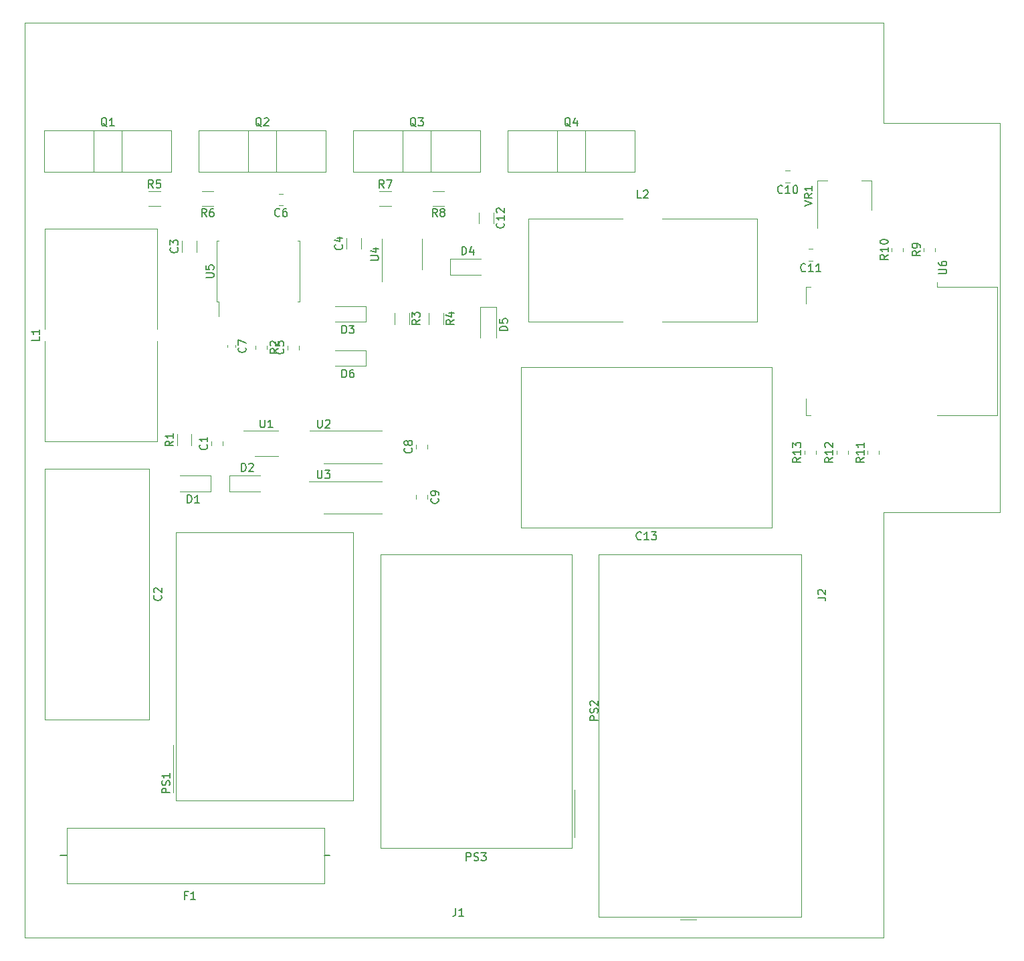
<source format=gbr>
%TF.GenerationSoftware,KiCad,Pcbnew,(5.1.7)-1*%
%TF.CreationDate,2020-12-23T12:42:28-08:00*%
%TF.ProjectId,Sine_Dimmer,53696e65-5f44-4696-9d6d-65722e6b6963,1.0*%
%TF.SameCoordinates,PX544c140PY8fe2f60*%
%TF.FileFunction,Legend,Top*%
%TF.FilePolarity,Positive*%
%FSLAX46Y46*%
G04 Gerber Fmt 4.6, Leading zero omitted, Abs format (unit mm)*
G04 Created by KiCad (PCBNEW (5.1.7)-1) date 2020-12-23 12:42:28*
%MOMM*%
%LPD*%
G01*
G04 APERTURE LIST*
%TA.AperFunction,Profile*%
%ADD10C,0.050000*%
%TD*%
%ADD11C,0.120000*%
%ADD12C,0.150000*%
G04 APERTURE END LIST*
D10*
X0Y0D02*
X0Y115824000D01*
X108712000Y0D02*
X0Y0D01*
X108712000Y53848000D02*
X108712000Y0D01*
X108712000Y115824000D02*
X108712000Y103124000D01*
X0Y115824000D02*
X108712000Y115824000D01*
X123444000Y53848000D02*
X108712000Y53848000D01*
X123444000Y103124000D02*
X123444000Y53848000D01*
X108712000Y103124000D02*
X123444000Y103124000D01*
D11*
%TO.C,D6*%
X43176000Y72406000D02*
X43176000Y74406000D01*
X43176000Y74406000D02*
X39276000Y74406000D01*
X43176000Y72406000D02*
X39276000Y72406000D01*
%TO.C,D5*%
X59674000Y79879000D02*
X57674000Y79879000D01*
X57674000Y79879000D02*
X57674000Y75979000D01*
X59674000Y79879000D02*
X59674000Y75979000D01*
%TO.C,D4*%
X53852000Y85963000D02*
X53852000Y83963000D01*
X53852000Y83963000D02*
X57752000Y83963000D01*
X53852000Y85963000D02*
X57752000Y85963000D01*
%TO.C,D3*%
X43176000Y77994000D02*
X43176000Y79994000D01*
X43176000Y79994000D02*
X39276000Y79994000D01*
X43176000Y77994000D02*
X39276000Y77994000D01*
%TO.C,VR1*%
X100349000Y89880000D02*
X100349000Y95890000D01*
X107169000Y92130000D02*
X107169000Y95890000D01*
X100349000Y95890000D02*
X101609000Y95890000D01*
X107169000Y95890000D02*
X105909000Y95890000D01*
%TO.C,U6*%
X115498000Y82415000D02*
X115498000Y83025000D01*
X115498000Y82415000D02*
X123118000Y82415000D01*
X98878000Y82415000D02*
X99498000Y82415000D01*
X98878000Y80295000D02*
X98878000Y82415000D01*
X98878000Y66175000D02*
X98878000Y68295000D01*
X99498000Y66175000D02*
X98878000Y66175000D01*
X123118000Y66175000D02*
X115498000Y66175000D01*
X123118000Y82415000D02*
X123118000Y66175000D01*
%TO.C,U5*%
X24586000Y80517000D02*
X24586000Y78702000D01*
X24331000Y80517000D02*
X24586000Y80517000D01*
X24331000Y84377000D02*
X24331000Y80517000D01*
X24331000Y88237000D02*
X24586000Y88237000D01*
X24331000Y84377000D02*
X24331000Y88237000D01*
X34851000Y80517000D02*
X34596000Y80517000D01*
X34851000Y84377000D02*
X34851000Y80517000D01*
X34851000Y88237000D02*
X34596000Y88237000D01*
X34851000Y84377000D02*
X34851000Y88237000D01*
%TO.C,U4*%
X45192000Y86552000D02*
X45192000Y83102000D01*
X45192000Y86552000D02*
X45192000Y88502000D01*
X50312000Y86552000D02*
X50312000Y84602000D01*
X50312000Y86552000D02*
X50312000Y88502000D01*
%TO.C,U3*%
X37829000Y53703000D02*
X45229000Y53703000D01*
X36029000Y57803000D02*
X45229000Y57803000D01*
%TO.C,U2*%
X37855000Y60096000D02*
X45255000Y60096000D01*
X36055000Y64196000D02*
X45255000Y64196000D01*
%TO.C,U1*%
X30607000Y64221000D02*
X27682000Y64221000D01*
X30607000Y64221000D02*
X32107000Y64221000D01*
X30607000Y61001000D02*
X29107000Y61001000D01*
X30607000Y61001000D02*
X32107000Y61001000D01*
%TO.C,R13*%
X100176000Y61217436D02*
X100176000Y61671564D01*
X98706000Y61217436D02*
X98706000Y61671564D01*
%TO.C,R12*%
X104240000Y61217436D02*
X104240000Y61671564D01*
X102770000Y61217436D02*
X102770000Y61671564D01*
%TO.C,R11*%
X108177000Y61217436D02*
X108177000Y61671564D01*
X106707000Y61217436D02*
X106707000Y61671564D01*
%TO.C,R10*%
X111225000Y86918436D02*
X111225000Y87372564D01*
X109755000Y86918436D02*
X109755000Y87372564D01*
%TO.C,R9*%
X115289000Y86918436D02*
X115289000Y87372564D01*
X113819000Y86918436D02*
X113819000Y87372564D01*
%TO.C,R8*%
X53116564Y94509000D02*
X51662436Y94509000D01*
X53116564Y92689000D02*
X51662436Y92689000D01*
%TO.C,R7*%
X44931436Y92689000D02*
X46385564Y92689000D01*
X44931436Y94509000D02*
X46385564Y94509000D01*
%TO.C,R6*%
X23902564Y94509000D02*
X22448436Y94509000D01*
X23902564Y92689000D02*
X22448436Y92689000D01*
%TO.C,R5*%
X15717436Y92689000D02*
X17171564Y92689000D01*
X15717436Y94509000D02*
X17171564Y94509000D01*
%TO.C,R4*%
X51160000Y79147564D02*
X51160000Y77693436D01*
X52980000Y79147564D02*
X52980000Y77693436D01*
%TO.C,R3*%
X46842000Y79147564D02*
X46842000Y77693436D01*
X48662000Y79147564D02*
X48662000Y77693436D01*
%TO.C,R2*%
X29237000Y75006564D02*
X29237000Y74552436D01*
X30707000Y75006564D02*
X30707000Y74552436D01*
%TO.C,R1*%
X21103000Y62326436D02*
X21103000Y63780564D01*
X19283000Y62326436D02*
X19283000Y63780564D01*
%TO.C,Q4*%
X71009000Y102273000D02*
X71009000Y97002000D01*
X67400000Y102273000D02*
X67400000Y97002000D01*
X77274000Y102273000D02*
X77274000Y97002000D01*
X61134000Y102273000D02*
X61134000Y97002000D01*
X61134000Y97002000D02*
X77274000Y97002000D01*
X61134000Y102273000D02*
X77274000Y102273000D01*
%TO.C,Q3*%
X51451000Y102273000D02*
X51451000Y97002000D01*
X47842000Y102273000D02*
X47842000Y97002000D01*
X57716000Y102273000D02*
X57716000Y97002000D01*
X41576000Y102273000D02*
X41576000Y97002000D01*
X41576000Y97002000D02*
X57716000Y97002000D01*
X41576000Y102273000D02*
X57716000Y102273000D01*
%TO.C,Q2*%
X31893000Y102273000D02*
X31893000Y97002000D01*
X28284000Y102273000D02*
X28284000Y97002000D01*
X38158000Y102273000D02*
X38158000Y97002000D01*
X22018000Y102273000D02*
X22018000Y97002000D01*
X22018000Y97002000D02*
X38158000Y97002000D01*
X22018000Y102273000D02*
X38158000Y102273000D01*
%TO.C,Q1*%
X12335000Y102273000D02*
X12335000Y97002000D01*
X8726000Y102273000D02*
X8726000Y97002000D01*
X18600000Y102273000D02*
X18600000Y97002000D01*
X2460000Y102273000D02*
X2460000Y97002000D01*
X2460000Y97002000D02*
X18600000Y97002000D01*
X2460000Y102273000D02*
X18600000Y102273000D01*
%TO.C,PS3*%
X69650000Y12732000D02*
X69650000Y18732000D01*
X45030000Y11352000D02*
X45030000Y48592000D01*
X69270000Y11352000D02*
X69270000Y48592000D01*
X69270000Y48592000D02*
X45030000Y48592000D01*
X45030000Y11352000D02*
X69270000Y11352000D01*
%TO.C,PS2*%
X72691000Y2631000D02*
X98291000Y2631000D01*
X98291000Y2631000D02*
X98291000Y48531000D01*
X72691000Y2631000D02*
X72691000Y48531000D01*
X72691000Y48531000D02*
X98291000Y48531000D01*
X82991000Y2331000D02*
X84991000Y2331000D01*
%TO.C,PS1*%
X18783000Y18387000D02*
X18783000Y24387000D01*
X41553000Y17417000D02*
X41553000Y51357000D01*
X19113000Y17417000D02*
X19113000Y51357000D01*
X19113000Y51357000D02*
X41553000Y51357000D01*
X41553000Y17417000D02*
X19113000Y17417000D01*
%TO.C,L2*%
X80732000Y78059000D02*
X92732000Y78059000D01*
X63732000Y78059000D02*
X75732000Y78059000D01*
X80732000Y91059000D02*
X92732000Y91059000D01*
X63732000Y91059000D02*
X75732000Y91059000D01*
X63732000Y78059000D02*
X63732000Y91059000D01*
X92732000Y91059000D02*
X92732000Y78059000D01*
%TO.C,L1*%
X2547000Y89782000D02*
X16757000Y89782000D01*
X2547000Y62872000D02*
X16757000Y62872000D01*
X16757000Y77052000D02*
X16757000Y89782000D01*
X16757000Y62872000D02*
X16757000Y75602000D01*
X2547000Y77052000D02*
X2547000Y89782000D01*
X2547000Y62872000D02*
X2547000Y75602000D01*
%TO.C,F1*%
X5312000Y6914000D02*
X37952000Y6914000D01*
X37952000Y6914000D02*
X37952000Y13914000D01*
X5312000Y13914000D02*
X5312000Y6914000D01*
X5312000Y13914000D02*
X37952000Y13914000D01*
D12*
X4532000Y10414000D02*
X5312000Y10414000D01*
X37952000Y10414000D02*
X38632000Y10414000D01*
D11*
%TO.C,D2*%
X25944000Y58531000D02*
X29844000Y58531000D01*
X25944000Y56531000D02*
X29844000Y56531000D01*
X25944000Y58531000D02*
X25944000Y56531000D01*
%TO.C,D1*%
X23586000Y56531000D02*
X19686000Y56531000D01*
X23586000Y58531000D02*
X19686000Y58531000D01*
X23586000Y56531000D02*
X23586000Y58531000D01*
%TO.C,C13*%
X62836000Y51983000D02*
X62836000Y72223000D01*
X94576000Y51983000D02*
X94576000Y72223000D01*
X94576000Y72223000D02*
X62836000Y72223000D01*
X94576000Y51983000D02*
X62836000Y51983000D01*
%TO.C,C12*%
X57510000Y91848252D02*
X57510000Y90425748D01*
X59330000Y91848252D02*
X59330000Y90425748D01*
%TO.C,C11*%
X99768252Y87222000D02*
X99245748Y87222000D01*
X99768252Y85752000D02*
X99245748Y85752000D01*
%TO.C,C10*%
X96847252Y97128000D02*
X96324748Y97128000D01*
X96847252Y95658000D02*
X96324748Y95658000D01*
%TO.C,C9*%
X49557000Y56075252D02*
X49557000Y55552748D01*
X51027000Y56075252D02*
X51027000Y55552748D01*
%TO.C,C8*%
X51027000Y61907748D02*
X51027000Y62430252D01*
X49557000Y61907748D02*
X49557000Y62430252D01*
%TO.C,C7*%
X25652000Y75057580D02*
X25652000Y74776420D01*
X26672000Y75057580D02*
X26672000Y74776420D01*
%TO.C,C6*%
X32707252Y94207000D02*
X32184748Y94207000D01*
X32707252Y92737000D02*
X32184748Y92737000D01*
%TO.C,C5*%
X34771000Y74480748D02*
X34771000Y75003252D01*
X33301000Y74480748D02*
X33301000Y75003252D01*
%TO.C,C4*%
X42566000Y87221748D02*
X42566000Y88644252D01*
X40746000Y87221748D02*
X40746000Y88644252D01*
%TO.C,C3*%
X21738000Y86840748D02*
X21738000Y88263252D01*
X19918000Y86840748D02*
X19918000Y88263252D01*
%TO.C,C2*%
X15764000Y27657000D02*
X2524000Y27657000D01*
X15764000Y59397000D02*
X2524000Y59397000D01*
X2524000Y59397000D02*
X2524000Y27657000D01*
X15764000Y59397000D02*
X15764000Y27657000D01*
%TO.C,C1*%
X25119000Y62349748D02*
X25119000Y62872252D01*
X23649000Y62349748D02*
X23649000Y62872252D01*
%TD*%
%TO.C,D6*%
D12*
X40187904Y70953620D02*
X40187904Y71953620D01*
X40426000Y71953620D01*
X40568857Y71906000D01*
X40664095Y71810762D01*
X40711714Y71715524D01*
X40759333Y71525048D01*
X40759333Y71382191D01*
X40711714Y71191715D01*
X40664095Y71096477D01*
X40568857Y71001239D01*
X40426000Y70953620D01*
X40187904Y70953620D01*
X41616476Y71953620D02*
X41426000Y71953620D01*
X41330761Y71906000D01*
X41283142Y71858381D01*
X41187904Y71715524D01*
X41140285Y71525048D01*
X41140285Y71144096D01*
X41187904Y71048858D01*
X41235523Y71001239D01*
X41330761Y70953620D01*
X41521238Y70953620D01*
X41616476Y71001239D01*
X41664095Y71048858D01*
X41711714Y71144096D01*
X41711714Y71382191D01*
X41664095Y71477429D01*
X41616476Y71525048D01*
X41521238Y71572667D01*
X41330761Y71572667D01*
X41235523Y71525048D01*
X41187904Y71477429D01*
X41140285Y71382191D01*
%TO.C,D5*%
X61126380Y76890905D02*
X60126380Y76890905D01*
X60126380Y77129000D01*
X60174000Y77271858D01*
X60269238Y77367096D01*
X60364476Y77414715D01*
X60554952Y77462334D01*
X60697809Y77462334D01*
X60888285Y77414715D01*
X60983523Y77367096D01*
X61078761Y77271858D01*
X61126380Y77129000D01*
X61126380Y76890905D01*
X60126380Y78367096D02*
X60126380Y77890905D01*
X60602571Y77843286D01*
X60554952Y77890905D01*
X60507333Y77986143D01*
X60507333Y78224239D01*
X60554952Y78319477D01*
X60602571Y78367096D01*
X60697809Y78414715D01*
X60935904Y78414715D01*
X61031142Y78367096D01*
X61078761Y78319477D01*
X61126380Y78224239D01*
X61126380Y77986143D01*
X61078761Y77890905D01*
X61031142Y77843286D01*
%TO.C,D4*%
X55363904Y86510620D02*
X55363904Y87510620D01*
X55602000Y87510620D01*
X55744857Y87463000D01*
X55840095Y87367762D01*
X55887714Y87272524D01*
X55935333Y87082048D01*
X55935333Y86939191D01*
X55887714Y86748715D01*
X55840095Y86653477D01*
X55744857Y86558239D01*
X55602000Y86510620D01*
X55363904Y86510620D01*
X56792476Y87177286D02*
X56792476Y86510620D01*
X56554380Y87558239D02*
X56316285Y86843953D01*
X56935333Y86843953D01*
%TO.C,D3*%
X40187904Y76541620D02*
X40187904Y77541620D01*
X40426000Y77541620D01*
X40568857Y77494000D01*
X40664095Y77398762D01*
X40711714Y77303524D01*
X40759333Y77113048D01*
X40759333Y76970191D01*
X40711714Y76779715D01*
X40664095Y76684477D01*
X40568857Y76589239D01*
X40426000Y76541620D01*
X40187904Y76541620D01*
X41092666Y77541620D02*
X41711714Y77541620D01*
X41378380Y77160667D01*
X41521238Y77160667D01*
X41616476Y77113048D01*
X41664095Y77065429D01*
X41711714Y76970191D01*
X41711714Y76732096D01*
X41664095Y76636858D01*
X41616476Y76589239D01*
X41521238Y76541620D01*
X41235523Y76541620D01*
X41140285Y76589239D01*
X41092666Y76636858D01*
%TO.C,VR1*%
X98711380Y92670477D02*
X99711380Y93003810D01*
X98711380Y93337143D01*
X99711380Y94241905D02*
X99235190Y93908572D01*
X99711380Y93670477D02*
X98711380Y93670477D01*
X98711380Y94051429D01*
X98759000Y94146667D01*
X98806619Y94194286D01*
X98901857Y94241905D01*
X99044714Y94241905D01*
X99139952Y94194286D01*
X99187571Y94146667D01*
X99235190Y94051429D01*
X99235190Y93670477D01*
X99711380Y95194286D02*
X99711380Y94622858D01*
X99711380Y94908572D02*
X98711380Y94908572D01*
X98854238Y94813334D01*
X98949476Y94718096D01*
X98997095Y94622858D01*
%TO.C,U6*%
X115710380Y84093096D02*
X116519904Y84093096D01*
X116615142Y84140715D01*
X116662761Y84188334D01*
X116710380Y84283572D01*
X116710380Y84474048D01*
X116662761Y84569286D01*
X116615142Y84616905D01*
X116519904Y84664524D01*
X115710380Y84664524D01*
X115710380Y85569286D02*
X115710380Y85378810D01*
X115758000Y85283572D01*
X115805619Y85235953D01*
X115948476Y85140715D01*
X116138952Y85093096D01*
X116519904Y85093096D01*
X116615142Y85140715D01*
X116662761Y85188334D01*
X116710380Y85283572D01*
X116710380Y85474048D01*
X116662761Y85569286D01*
X116615142Y85616905D01*
X116519904Y85664524D01*
X116281809Y85664524D01*
X116186571Y85616905D01*
X116138952Y85569286D01*
X116091333Y85474048D01*
X116091333Y85283572D01*
X116138952Y85188334D01*
X116186571Y85140715D01*
X116281809Y85093096D01*
%TO.C,U5*%
X22943380Y83615096D02*
X23752904Y83615096D01*
X23848142Y83662715D01*
X23895761Y83710334D01*
X23943380Y83805572D01*
X23943380Y83996048D01*
X23895761Y84091286D01*
X23848142Y84138905D01*
X23752904Y84186524D01*
X22943380Y84186524D01*
X22943380Y85138905D02*
X22943380Y84662715D01*
X23419571Y84615096D01*
X23371952Y84662715D01*
X23324333Y84757953D01*
X23324333Y84996048D01*
X23371952Y85091286D01*
X23419571Y85138905D01*
X23514809Y85186524D01*
X23752904Y85186524D01*
X23848142Y85138905D01*
X23895761Y85091286D01*
X23943380Y84996048D01*
X23943380Y84757953D01*
X23895761Y84662715D01*
X23848142Y84615096D01*
%TO.C,U4*%
X43804380Y85790096D02*
X44613904Y85790096D01*
X44709142Y85837715D01*
X44756761Y85885334D01*
X44804380Y85980572D01*
X44804380Y86171048D01*
X44756761Y86266286D01*
X44709142Y86313905D01*
X44613904Y86361524D01*
X43804380Y86361524D01*
X44137714Y87266286D02*
X44804380Y87266286D01*
X43756761Y87028191D02*
X44471047Y86790096D01*
X44471047Y87409143D01*
%TO.C,U3*%
X37067095Y59200620D02*
X37067095Y58391096D01*
X37114714Y58295858D01*
X37162333Y58248239D01*
X37257571Y58200620D01*
X37448047Y58200620D01*
X37543285Y58248239D01*
X37590904Y58295858D01*
X37638523Y58391096D01*
X37638523Y59200620D01*
X38019476Y59200620D02*
X38638523Y59200620D01*
X38305190Y58819667D01*
X38448047Y58819667D01*
X38543285Y58772048D01*
X38590904Y58724429D01*
X38638523Y58629191D01*
X38638523Y58391096D01*
X38590904Y58295858D01*
X38543285Y58248239D01*
X38448047Y58200620D01*
X38162333Y58200620D01*
X38067095Y58248239D01*
X38019476Y58295858D01*
%TO.C,U2*%
X37093095Y65593620D02*
X37093095Y64784096D01*
X37140714Y64688858D01*
X37188333Y64641239D01*
X37283571Y64593620D01*
X37474047Y64593620D01*
X37569285Y64641239D01*
X37616904Y64688858D01*
X37664523Y64784096D01*
X37664523Y65593620D01*
X38093095Y65498381D02*
X38140714Y65546000D01*
X38235952Y65593620D01*
X38474047Y65593620D01*
X38569285Y65546000D01*
X38616904Y65498381D01*
X38664523Y65403143D01*
X38664523Y65307905D01*
X38616904Y65165048D01*
X38045476Y64593620D01*
X38664523Y64593620D01*
%TO.C,U1*%
X29845095Y65608620D02*
X29845095Y64799096D01*
X29892714Y64703858D01*
X29940333Y64656239D01*
X30035571Y64608620D01*
X30226047Y64608620D01*
X30321285Y64656239D01*
X30368904Y64703858D01*
X30416523Y64799096D01*
X30416523Y65608620D01*
X31416523Y64608620D02*
X30845095Y64608620D01*
X31130809Y64608620D02*
X31130809Y65608620D01*
X31035571Y65465762D01*
X30940333Y65370524D01*
X30845095Y65322905D01*
%TO.C,R13*%
X98243380Y60801643D02*
X97767190Y60468310D01*
X98243380Y60230215D02*
X97243380Y60230215D01*
X97243380Y60611167D01*
X97291000Y60706405D01*
X97338619Y60754024D01*
X97433857Y60801643D01*
X97576714Y60801643D01*
X97671952Y60754024D01*
X97719571Y60706405D01*
X97767190Y60611167D01*
X97767190Y60230215D01*
X98243380Y61754024D02*
X98243380Y61182596D01*
X98243380Y61468310D02*
X97243380Y61468310D01*
X97386238Y61373072D01*
X97481476Y61277834D01*
X97529095Y61182596D01*
X97243380Y62087358D02*
X97243380Y62706405D01*
X97624333Y62373072D01*
X97624333Y62515929D01*
X97671952Y62611167D01*
X97719571Y62658786D01*
X97814809Y62706405D01*
X98052904Y62706405D01*
X98148142Y62658786D01*
X98195761Y62611167D01*
X98243380Y62515929D01*
X98243380Y62230215D01*
X98195761Y62134977D01*
X98148142Y62087358D01*
%TO.C,R12*%
X102307380Y60801643D02*
X101831190Y60468310D01*
X102307380Y60230215D02*
X101307380Y60230215D01*
X101307380Y60611167D01*
X101355000Y60706405D01*
X101402619Y60754024D01*
X101497857Y60801643D01*
X101640714Y60801643D01*
X101735952Y60754024D01*
X101783571Y60706405D01*
X101831190Y60611167D01*
X101831190Y60230215D01*
X102307380Y61754024D02*
X102307380Y61182596D01*
X102307380Y61468310D02*
X101307380Y61468310D01*
X101450238Y61373072D01*
X101545476Y61277834D01*
X101593095Y61182596D01*
X101402619Y62134977D02*
X101355000Y62182596D01*
X101307380Y62277834D01*
X101307380Y62515929D01*
X101355000Y62611167D01*
X101402619Y62658786D01*
X101497857Y62706405D01*
X101593095Y62706405D01*
X101735952Y62658786D01*
X102307380Y62087358D01*
X102307380Y62706405D01*
%TO.C,R11*%
X106244380Y60801643D02*
X105768190Y60468310D01*
X106244380Y60230215D02*
X105244380Y60230215D01*
X105244380Y60611167D01*
X105292000Y60706405D01*
X105339619Y60754024D01*
X105434857Y60801643D01*
X105577714Y60801643D01*
X105672952Y60754024D01*
X105720571Y60706405D01*
X105768190Y60611167D01*
X105768190Y60230215D01*
X106244380Y61754024D02*
X106244380Y61182596D01*
X106244380Y61468310D02*
X105244380Y61468310D01*
X105387238Y61373072D01*
X105482476Y61277834D01*
X105530095Y61182596D01*
X106244380Y62706405D02*
X106244380Y62134977D01*
X106244380Y62420691D02*
X105244380Y62420691D01*
X105387238Y62325453D01*
X105482476Y62230215D01*
X105530095Y62134977D01*
%TO.C,R10*%
X109292380Y86502643D02*
X108816190Y86169310D01*
X109292380Y85931215D02*
X108292380Y85931215D01*
X108292380Y86312167D01*
X108340000Y86407405D01*
X108387619Y86455024D01*
X108482857Y86502643D01*
X108625714Y86502643D01*
X108720952Y86455024D01*
X108768571Y86407405D01*
X108816190Y86312167D01*
X108816190Y85931215D01*
X109292380Y87455024D02*
X109292380Y86883596D01*
X109292380Y87169310D02*
X108292380Y87169310D01*
X108435238Y87074072D01*
X108530476Y86978834D01*
X108578095Y86883596D01*
X108292380Y88074072D02*
X108292380Y88169310D01*
X108340000Y88264548D01*
X108387619Y88312167D01*
X108482857Y88359786D01*
X108673333Y88407405D01*
X108911428Y88407405D01*
X109101904Y88359786D01*
X109197142Y88312167D01*
X109244761Y88264548D01*
X109292380Y88169310D01*
X109292380Y88074072D01*
X109244761Y87978834D01*
X109197142Y87931215D01*
X109101904Y87883596D01*
X108911428Y87835977D01*
X108673333Y87835977D01*
X108482857Y87883596D01*
X108387619Y87931215D01*
X108340000Y87978834D01*
X108292380Y88074072D01*
%TO.C,R9*%
X113356380Y86978834D02*
X112880190Y86645500D01*
X113356380Y86407405D02*
X112356380Y86407405D01*
X112356380Y86788358D01*
X112404000Y86883596D01*
X112451619Y86931215D01*
X112546857Y86978834D01*
X112689714Y86978834D01*
X112784952Y86931215D01*
X112832571Y86883596D01*
X112880190Y86788358D01*
X112880190Y86407405D01*
X113356380Y87455024D02*
X113356380Y87645500D01*
X113308761Y87740739D01*
X113261142Y87788358D01*
X113118285Y87883596D01*
X112927809Y87931215D01*
X112546857Y87931215D01*
X112451619Y87883596D01*
X112404000Y87835977D01*
X112356380Y87740739D01*
X112356380Y87550262D01*
X112404000Y87455024D01*
X112451619Y87407405D01*
X112546857Y87359786D01*
X112784952Y87359786D01*
X112880190Y87407405D01*
X112927809Y87455024D01*
X112975428Y87550262D01*
X112975428Y87740739D01*
X112927809Y87835977D01*
X112880190Y87883596D01*
X112784952Y87931215D01*
%TO.C,R8*%
X52222833Y91326620D02*
X51889500Y91802810D01*
X51651404Y91326620D02*
X51651404Y92326620D01*
X52032357Y92326620D01*
X52127595Y92279000D01*
X52175214Y92231381D01*
X52222833Y92136143D01*
X52222833Y91993286D01*
X52175214Y91898048D01*
X52127595Y91850429D01*
X52032357Y91802810D01*
X51651404Y91802810D01*
X52794261Y91898048D02*
X52699023Y91945667D01*
X52651404Y91993286D01*
X52603785Y92088524D01*
X52603785Y92136143D01*
X52651404Y92231381D01*
X52699023Y92279000D01*
X52794261Y92326620D01*
X52984738Y92326620D01*
X53079976Y92279000D01*
X53127595Y92231381D01*
X53175214Y92136143D01*
X53175214Y92088524D01*
X53127595Y91993286D01*
X53079976Y91945667D01*
X52984738Y91898048D01*
X52794261Y91898048D01*
X52699023Y91850429D01*
X52651404Y91802810D01*
X52603785Y91707572D01*
X52603785Y91517096D01*
X52651404Y91421858D01*
X52699023Y91374239D01*
X52794261Y91326620D01*
X52984738Y91326620D01*
X53079976Y91374239D01*
X53127595Y91421858D01*
X53175214Y91517096D01*
X53175214Y91707572D01*
X53127595Y91802810D01*
X53079976Y91850429D01*
X52984738Y91898048D01*
%TO.C,R7*%
X45491833Y94966620D02*
X45158500Y95442810D01*
X44920404Y94966620D02*
X44920404Y95966620D01*
X45301357Y95966620D01*
X45396595Y95919000D01*
X45444214Y95871381D01*
X45491833Y95776143D01*
X45491833Y95633286D01*
X45444214Y95538048D01*
X45396595Y95490429D01*
X45301357Y95442810D01*
X44920404Y95442810D01*
X45825166Y95966620D02*
X46491833Y95966620D01*
X46063261Y94966620D01*
%TO.C,R6*%
X23008833Y91326620D02*
X22675500Y91802810D01*
X22437404Y91326620D02*
X22437404Y92326620D01*
X22818357Y92326620D01*
X22913595Y92279000D01*
X22961214Y92231381D01*
X23008833Y92136143D01*
X23008833Y91993286D01*
X22961214Y91898048D01*
X22913595Y91850429D01*
X22818357Y91802810D01*
X22437404Y91802810D01*
X23865976Y92326620D02*
X23675500Y92326620D01*
X23580261Y92279000D01*
X23532642Y92231381D01*
X23437404Y92088524D01*
X23389785Y91898048D01*
X23389785Y91517096D01*
X23437404Y91421858D01*
X23485023Y91374239D01*
X23580261Y91326620D01*
X23770738Y91326620D01*
X23865976Y91374239D01*
X23913595Y91421858D01*
X23961214Y91517096D01*
X23961214Y91755191D01*
X23913595Y91850429D01*
X23865976Y91898048D01*
X23770738Y91945667D01*
X23580261Y91945667D01*
X23485023Y91898048D01*
X23437404Y91850429D01*
X23389785Y91755191D01*
%TO.C,R5*%
X16277833Y94966620D02*
X15944500Y95442810D01*
X15706404Y94966620D02*
X15706404Y95966620D01*
X16087357Y95966620D01*
X16182595Y95919000D01*
X16230214Y95871381D01*
X16277833Y95776143D01*
X16277833Y95633286D01*
X16230214Y95538048D01*
X16182595Y95490429D01*
X16087357Y95442810D01*
X15706404Y95442810D01*
X17182595Y95966620D02*
X16706404Y95966620D01*
X16658785Y95490429D01*
X16706404Y95538048D01*
X16801642Y95585667D01*
X17039738Y95585667D01*
X17134976Y95538048D01*
X17182595Y95490429D01*
X17230214Y95395191D01*
X17230214Y95157096D01*
X17182595Y95061858D01*
X17134976Y95014239D01*
X17039738Y94966620D01*
X16801642Y94966620D01*
X16706404Y95014239D01*
X16658785Y95061858D01*
%TO.C,R4*%
X54342380Y78253834D02*
X53866190Y77920500D01*
X54342380Y77682405D02*
X53342380Y77682405D01*
X53342380Y78063358D01*
X53390000Y78158596D01*
X53437619Y78206215D01*
X53532857Y78253834D01*
X53675714Y78253834D01*
X53770952Y78206215D01*
X53818571Y78158596D01*
X53866190Y78063358D01*
X53866190Y77682405D01*
X53675714Y79110977D02*
X54342380Y79110977D01*
X53294761Y78872881D02*
X54009047Y78634786D01*
X54009047Y79253834D01*
%TO.C,R3*%
X50024380Y78253834D02*
X49548190Y77920500D01*
X50024380Y77682405D02*
X49024380Y77682405D01*
X49024380Y78063358D01*
X49072000Y78158596D01*
X49119619Y78206215D01*
X49214857Y78253834D01*
X49357714Y78253834D01*
X49452952Y78206215D01*
X49500571Y78158596D01*
X49548190Y78063358D01*
X49548190Y77682405D01*
X49024380Y78587167D02*
X49024380Y79206215D01*
X49405333Y78872881D01*
X49405333Y79015739D01*
X49452952Y79110977D01*
X49500571Y79158596D01*
X49595809Y79206215D01*
X49833904Y79206215D01*
X49929142Y79158596D01*
X49976761Y79110977D01*
X50024380Y79015739D01*
X50024380Y78730024D01*
X49976761Y78634786D01*
X49929142Y78587167D01*
%TO.C,R2*%
X32074380Y74612834D02*
X31598190Y74279500D01*
X32074380Y74041405D02*
X31074380Y74041405D01*
X31074380Y74422358D01*
X31122000Y74517596D01*
X31169619Y74565215D01*
X31264857Y74612834D01*
X31407714Y74612834D01*
X31502952Y74565215D01*
X31550571Y74517596D01*
X31598190Y74422358D01*
X31598190Y74041405D01*
X31169619Y74993786D02*
X31122000Y75041405D01*
X31074380Y75136643D01*
X31074380Y75374739D01*
X31122000Y75469977D01*
X31169619Y75517596D01*
X31264857Y75565215D01*
X31360095Y75565215D01*
X31502952Y75517596D01*
X32074380Y74946167D01*
X32074380Y75565215D01*
%TO.C,R1*%
X18825380Y62886834D02*
X18349190Y62553500D01*
X18825380Y62315405D02*
X17825380Y62315405D01*
X17825380Y62696358D01*
X17873000Y62791596D01*
X17920619Y62839215D01*
X18015857Y62886834D01*
X18158714Y62886834D01*
X18253952Y62839215D01*
X18301571Y62791596D01*
X18349190Y62696358D01*
X18349190Y62315405D01*
X18825380Y63839215D02*
X18825380Y63267786D01*
X18825380Y63553500D02*
X17825380Y63553500D01*
X17968238Y63458262D01*
X18063476Y63363024D01*
X18111095Y63267786D01*
%TO.C,Q4*%
X69108761Y102724381D02*
X69013523Y102772000D01*
X68918285Y102867239D01*
X68775428Y103010096D01*
X68680190Y103057715D01*
X68584952Y103057715D01*
X68632571Y102819620D02*
X68537333Y102867239D01*
X68442095Y102962477D01*
X68394476Y103152953D01*
X68394476Y103486286D01*
X68442095Y103676762D01*
X68537333Y103772000D01*
X68632571Y103819620D01*
X68823047Y103819620D01*
X68918285Y103772000D01*
X69013523Y103676762D01*
X69061142Y103486286D01*
X69061142Y103152953D01*
X69013523Y102962477D01*
X68918285Y102867239D01*
X68823047Y102819620D01*
X68632571Y102819620D01*
X69918285Y103486286D02*
X69918285Y102819620D01*
X69680190Y103867239D02*
X69442095Y103152953D01*
X70061142Y103152953D01*
%TO.C,Q3*%
X49550761Y102724381D02*
X49455523Y102772000D01*
X49360285Y102867239D01*
X49217428Y103010096D01*
X49122190Y103057715D01*
X49026952Y103057715D01*
X49074571Y102819620D02*
X48979333Y102867239D01*
X48884095Y102962477D01*
X48836476Y103152953D01*
X48836476Y103486286D01*
X48884095Y103676762D01*
X48979333Y103772000D01*
X49074571Y103819620D01*
X49265047Y103819620D01*
X49360285Y103772000D01*
X49455523Y103676762D01*
X49503142Y103486286D01*
X49503142Y103152953D01*
X49455523Y102962477D01*
X49360285Y102867239D01*
X49265047Y102819620D01*
X49074571Y102819620D01*
X49836476Y103819620D02*
X50455523Y103819620D01*
X50122190Y103438667D01*
X50265047Y103438667D01*
X50360285Y103391048D01*
X50407904Y103343429D01*
X50455523Y103248191D01*
X50455523Y103010096D01*
X50407904Y102914858D01*
X50360285Y102867239D01*
X50265047Y102819620D01*
X49979333Y102819620D01*
X49884095Y102867239D01*
X49836476Y102914858D01*
%TO.C,Q2*%
X29992761Y102724381D02*
X29897523Y102772000D01*
X29802285Y102867239D01*
X29659428Y103010096D01*
X29564190Y103057715D01*
X29468952Y103057715D01*
X29516571Y102819620D02*
X29421333Y102867239D01*
X29326095Y102962477D01*
X29278476Y103152953D01*
X29278476Y103486286D01*
X29326095Y103676762D01*
X29421333Y103772000D01*
X29516571Y103819620D01*
X29707047Y103819620D01*
X29802285Y103772000D01*
X29897523Y103676762D01*
X29945142Y103486286D01*
X29945142Y103152953D01*
X29897523Y102962477D01*
X29802285Y102867239D01*
X29707047Y102819620D01*
X29516571Y102819620D01*
X30326095Y103724381D02*
X30373714Y103772000D01*
X30468952Y103819620D01*
X30707047Y103819620D01*
X30802285Y103772000D01*
X30849904Y103724381D01*
X30897523Y103629143D01*
X30897523Y103533905D01*
X30849904Y103391048D01*
X30278476Y102819620D01*
X30897523Y102819620D01*
%TO.C,Q1*%
X10434761Y102724381D02*
X10339523Y102772000D01*
X10244285Y102867239D01*
X10101428Y103010096D01*
X10006190Y103057715D01*
X9910952Y103057715D01*
X9958571Y102819620D02*
X9863333Y102867239D01*
X9768095Y102962477D01*
X9720476Y103152953D01*
X9720476Y103486286D01*
X9768095Y103676762D01*
X9863333Y103772000D01*
X9958571Y103819620D01*
X10149047Y103819620D01*
X10244285Y103772000D01*
X10339523Y103676762D01*
X10387142Y103486286D01*
X10387142Y103152953D01*
X10339523Y102962477D01*
X10244285Y102867239D01*
X10149047Y102819620D01*
X9958571Y102819620D01*
X11339523Y102819620D02*
X10768095Y102819620D01*
X11053809Y102819620D02*
X11053809Y103819620D01*
X10958571Y103676762D01*
X10863333Y103581524D01*
X10768095Y103533905D01*
%TO.C,PS3*%
X55935714Y9779620D02*
X55935714Y10779620D01*
X56316666Y10779620D01*
X56411904Y10732000D01*
X56459523Y10684381D01*
X56507142Y10589143D01*
X56507142Y10446286D01*
X56459523Y10351048D01*
X56411904Y10303429D01*
X56316666Y10255810D01*
X55935714Y10255810D01*
X56888095Y9827239D02*
X57030952Y9779620D01*
X57269047Y9779620D01*
X57364285Y9827239D01*
X57411904Y9874858D01*
X57459523Y9970096D01*
X57459523Y10065334D01*
X57411904Y10160572D01*
X57364285Y10208191D01*
X57269047Y10255810D01*
X57078571Y10303429D01*
X56983333Y10351048D01*
X56935714Y10398667D01*
X56888095Y10493905D01*
X56888095Y10589143D01*
X56935714Y10684381D01*
X56983333Y10732000D01*
X57078571Y10779620D01*
X57316666Y10779620D01*
X57459523Y10732000D01*
X57792857Y10779620D02*
X58411904Y10779620D01*
X58078571Y10398667D01*
X58221428Y10398667D01*
X58316666Y10351048D01*
X58364285Y10303429D01*
X58411904Y10208191D01*
X58411904Y9970096D01*
X58364285Y9874858D01*
X58316666Y9827239D01*
X58221428Y9779620D01*
X57935714Y9779620D01*
X57840476Y9827239D01*
X57792857Y9874858D01*
%TO.C,PS2*%
X72563380Y27536715D02*
X71563380Y27536715D01*
X71563380Y27917667D01*
X71611000Y28012905D01*
X71658619Y28060524D01*
X71753857Y28108143D01*
X71896714Y28108143D01*
X71991952Y28060524D01*
X72039571Y28012905D01*
X72087190Y27917667D01*
X72087190Y27536715D01*
X72515761Y28489096D02*
X72563380Y28631953D01*
X72563380Y28870048D01*
X72515761Y28965286D01*
X72468142Y29012905D01*
X72372904Y29060524D01*
X72277666Y29060524D01*
X72182428Y29012905D01*
X72134809Y28965286D01*
X72087190Y28870048D01*
X72039571Y28679572D01*
X71991952Y28584334D01*
X71944333Y28536715D01*
X71849095Y28489096D01*
X71753857Y28489096D01*
X71658619Y28536715D01*
X71611000Y28584334D01*
X71563380Y28679572D01*
X71563380Y28917667D01*
X71611000Y29060524D01*
X71658619Y29441477D02*
X71611000Y29489096D01*
X71563380Y29584334D01*
X71563380Y29822429D01*
X71611000Y29917667D01*
X71658619Y29965286D01*
X71753857Y30012905D01*
X71849095Y30012905D01*
X71991952Y29965286D01*
X72563380Y29393858D01*
X72563380Y30012905D01*
%TO.C,PS1*%
X18385380Y18372715D02*
X17385380Y18372715D01*
X17385380Y18753667D01*
X17433000Y18848905D01*
X17480619Y18896524D01*
X17575857Y18944143D01*
X17718714Y18944143D01*
X17813952Y18896524D01*
X17861571Y18848905D01*
X17909190Y18753667D01*
X17909190Y18372715D01*
X18337761Y19325096D02*
X18385380Y19467953D01*
X18385380Y19706048D01*
X18337761Y19801286D01*
X18290142Y19848905D01*
X18194904Y19896524D01*
X18099666Y19896524D01*
X18004428Y19848905D01*
X17956809Y19801286D01*
X17909190Y19706048D01*
X17861571Y19515572D01*
X17813952Y19420334D01*
X17766333Y19372715D01*
X17671095Y19325096D01*
X17575857Y19325096D01*
X17480619Y19372715D01*
X17433000Y19420334D01*
X17385380Y19515572D01*
X17385380Y19753667D01*
X17433000Y19896524D01*
X18385380Y20848905D02*
X18385380Y20277477D01*
X18385380Y20563191D02*
X17385380Y20563191D01*
X17528238Y20467953D01*
X17623476Y20372715D01*
X17671095Y20277477D01*
%TO.C,L2*%
X78065333Y93656620D02*
X77589142Y93656620D01*
X77589142Y94656620D01*
X78351047Y94561381D02*
X78398666Y94609000D01*
X78493904Y94656620D01*
X78732000Y94656620D01*
X78827238Y94609000D01*
X78874857Y94561381D01*
X78922476Y94466143D01*
X78922476Y94370905D01*
X78874857Y94228048D01*
X78303428Y93656620D01*
X78922476Y93656620D01*
%TO.C,L1*%
X1869380Y76160334D02*
X1869380Y75684143D01*
X869380Y75684143D01*
X1869380Y77017477D02*
X1869380Y76446048D01*
X1869380Y76731762D02*
X869380Y76731762D01*
X1012238Y76636524D01*
X1107476Y76541286D01*
X1155095Y76446048D01*
%TO.C,J2*%
X100397880Y43085167D02*
X101112166Y43085167D01*
X101255023Y43037548D01*
X101350261Y42942310D01*
X101397880Y42799453D01*
X101397880Y42704215D01*
X100493119Y43513739D02*
X100445500Y43561358D01*
X100397880Y43656596D01*
X100397880Y43894691D01*
X100445500Y43989929D01*
X100493119Y44037548D01*
X100588357Y44085167D01*
X100683595Y44085167D01*
X100826452Y44037548D01*
X101397880Y43466120D01*
X101397880Y44085167D01*
%TO.C,J1*%
X54578666Y3766620D02*
X54578666Y3052334D01*
X54531047Y2909477D01*
X54435809Y2814239D01*
X54292952Y2766620D01*
X54197714Y2766620D01*
X55578666Y2766620D02*
X55007238Y2766620D01*
X55292952Y2766620D02*
X55292952Y3766620D01*
X55197714Y3623762D01*
X55102476Y3528524D01*
X55007238Y3480905D01*
%TO.C,F1*%
X20578666Y5405429D02*
X20245333Y5405429D01*
X20245333Y4881620D02*
X20245333Y5881620D01*
X20721523Y5881620D01*
X21626285Y4881620D02*
X21054857Y4881620D01*
X21340571Y4881620D02*
X21340571Y5881620D01*
X21245333Y5738762D01*
X21150095Y5643524D01*
X21054857Y5595905D01*
%TO.C,D2*%
X27455904Y59078620D02*
X27455904Y60078620D01*
X27694000Y60078620D01*
X27836857Y60031000D01*
X27932095Y59935762D01*
X27979714Y59840524D01*
X28027333Y59650048D01*
X28027333Y59507191D01*
X27979714Y59316715D01*
X27932095Y59221477D01*
X27836857Y59126239D01*
X27694000Y59078620D01*
X27455904Y59078620D01*
X28408285Y59983381D02*
X28455904Y60031000D01*
X28551142Y60078620D01*
X28789238Y60078620D01*
X28884476Y60031000D01*
X28932095Y59983381D01*
X28979714Y59888143D01*
X28979714Y59792905D01*
X28932095Y59650048D01*
X28360666Y59078620D01*
X28979714Y59078620D01*
%TO.C,D1*%
X20597904Y55078620D02*
X20597904Y56078620D01*
X20836000Y56078620D01*
X20978857Y56031000D01*
X21074095Y55935762D01*
X21121714Y55840524D01*
X21169333Y55650048D01*
X21169333Y55507191D01*
X21121714Y55316715D01*
X21074095Y55221477D01*
X20978857Y55126239D01*
X20836000Y55078620D01*
X20597904Y55078620D01*
X22121714Y55078620D02*
X21550285Y55078620D01*
X21836000Y55078620D02*
X21836000Y56078620D01*
X21740761Y55935762D01*
X21645523Y55840524D01*
X21550285Y55792905D01*
%TO.C,C13*%
X78063142Y50495858D02*
X78015523Y50448239D01*
X77872666Y50400620D01*
X77777428Y50400620D01*
X77634571Y50448239D01*
X77539333Y50543477D01*
X77491714Y50638715D01*
X77444095Y50829191D01*
X77444095Y50972048D01*
X77491714Y51162524D01*
X77539333Y51257762D01*
X77634571Y51353000D01*
X77777428Y51400620D01*
X77872666Y51400620D01*
X78015523Y51353000D01*
X78063142Y51305381D01*
X79015523Y50400620D02*
X78444095Y50400620D01*
X78729809Y50400620D02*
X78729809Y51400620D01*
X78634571Y51257762D01*
X78539333Y51162524D01*
X78444095Y51114905D01*
X79348857Y51400620D02*
X79967904Y51400620D01*
X79634571Y51019667D01*
X79777428Y51019667D01*
X79872666Y50972048D01*
X79920285Y50924429D01*
X79967904Y50829191D01*
X79967904Y50591096D01*
X79920285Y50495858D01*
X79872666Y50448239D01*
X79777428Y50400620D01*
X79491714Y50400620D01*
X79396476Y50448239D01*
X79348857Y50495858D01*
%TO.C,C12*%
X60627142Y90494143D02*
X60674761Y90446524D01*
X60722380Y90303667D01*
X60722380Y90208429D01*
X60674761Y90065572D01*
X60579523Y89970334D01*
X60484285Y89922715D01*
X60293809Y89875096D01*
X60150952Y89875096D01*
X59960476Y89922715D01*
X59865238Y89970334D01*
X59770000Y90065572D01*
X59722380Y90208429D01*
X59722380Y90303667D01*
X59770000Y90446524D01*
X59817619Y90494143D01*
X60722380Y91446524D02*
X60722380Y90875096D01*
X60722380Y91160810D02*
X59722380Y91160810D01*
X59865238Y91065572D01*
X59960476Y90970334D01*
X60008095Y90875096D01*
X59817619Y91827477D02*
X59770000Y91875096D01*
X59722380Y91970334D01*
X59722380Y92208429D01*
X59770000Y92303667D01*
X59817619Y92351286D01*
X59912857Y92398905D01*
X60008095Y92398905D01*
X60150952Y92351286D01*
X60722380Y91779858D01*
X60722380Y92398905D01*
%TO.C,C11*%
X98864142Y84449858D02*
X98816523Y84402239D01*
X98673666Y84354620D01*
X98578428Y84354620D01*
X98435571Y84402239D01*
X98340333Y84497477D01*
X98292714Y84592715D01*
X98245095Y84783191D01*
X98245095Y84926048D01*
X98292714Y85116524D01*
X98340333Y85211762D01*
X98435571Y85307000D01*
X98578428Y85354620D01*
X98673666Y85354620D01*
X98816523Y85307000D01*
X98864142Y85259381D01*
X99816523Y84354620D02*
X99245095Y84354620D01*
X99530809Y84354620D02*
X99530809Y85354620D01*
X99435571Y85211762D01*
X99340333Y85116524D01*
X99245095Y85068905D01*
X100768904Y84354620D02*
X100197476Y84354620D01*
X100483190Y84354620D02*
X100483190Y85354620D01*
X100387952Y85211762D01*
X100292714Y85116524D01*
X100197476Y85068905D01*
%TO.C,C10*%
X95943142Y94355858D02*
X95895523Y94308239D01*
X95752666Y94260620D01*
X95657428Y94260620D01*
X95514571Y94308239D01*
X95419333Y94403477D01*
X95371714Y94498715D01*
X95324095Y94689191D01*
X95324095Y94832048D01*
X95371714Y95022524D01*
X95419333Y95117762D01*
X95514571Y95213000D01*
X95657428Y95260620D01*
X95752666Y95260620D01*
X95895523Y95213000D01*
X95943142Y95165381D01*
X96895523Y94260620D02*
X96324095Y94260620D01*
X96609809Y94260620D02*
X96609809Y95260620D01*
X96514571Y95117762D01*
X96419333Y95022524D01*
X96324095Y94974905D01*
X97514571Y95260620D02*
X97609809Y95260620D01*
X97705047Y95213000D01*
X97752666Y95165381D01*
X97800285Y95070143D01*
X97847904Y94879667D01*
X97847904Y94641572D01*
X97800285Y94451096D01*
X97752666Y94355858D01*
X97705047Y94308239D01*
X97609809Y94260620D01*
X97514571Y94260620D01*
X97419333Y94308239D01*
X97371714Y94355858D01*
X97324095Y94451096D01*
X97276476Y94641572D01*
X97276476Y94879667D01*
X97324095Y95070143D01*
X97371714Y95165381D01*
X97419333Y95213000D01*
X97514571Y95260620D01*
%TO.C,C9*%
X52329142Y55647334D02*
X52376761Y55599715D01*
X52424380Y55456858D01*
X52424380Y55361620D01*
X52376761Y55218762D01*
X52281523Y55123524D01*
X52186285Y55075905D01*
X51995809Y55028286D01*
X51852952Y55028286D01*
X51662476Y55075905D01*
X51567238Y55123524D01*
X51472000Y55218762D01*
X51424380Y55361620D01*
X51424380Y55456858D01*
X51472000Y55599715D01*
X51519619Y55647334D01*
X52424380Y56123524D02*
X52424380Y56314000D01*
X52376761Y56409239D01*
X52329142Y56456858D01*
X52186285Y56552096D01*
X51995809Y56599715D01*
X51614857Y56599715D01*
X51519619Y56552096D01*
X51472000Y56504477D01*
X51424380Y56409239D01*
X51424380Y56218762D01*
X51472000Y56123524D01*
X51519619Y56075905D01*
X51614857Y56028286D01*
X51852952Y56028286D01*
X51948190Y56075905D01*
X51995809Y56123524D01*
X52043428Y56218762D01*
X52043428Y56409239D01*
X51995809Y56504477D01*
X51948190Y56552096D01*
X51852952Y56599715D01*
%TO.C,C8*%
X48969142Y62002334D02*
X49016761Y61954715D01*
X49064380Y61811858D01*
X49064380Y61716620D01*
X49016761Y61573762D01*
X48921523Y61478524D01*
X48826285Y61430905D01*
X48635809Y61383286D01*
X48492952Y61383286D01*
X48302476Y61430905D01*
X48207238Y61478524D01*
X48112000Y61573762D01*
X48064380Y61716620D01*
X48064380Y61811858D01*
X48112000Y61954715D01*
X48159619Y62002334D01*
X48492952Y62573762D02*
X48445333Y62478524D01*
X48397714Y62430905D01*
X48302476Y62383286D01*
X48254857Y62383286D01*
X48159619Y62430905D01*
X48112000Y62478524D01*
X48064380Y62573762D01*
X48064380Y62764239D01*
X48112000Y62859477D01*
X48159619Y62907096D01*
X48254857Y62954715D01*
X48302476Y62954715D01*
X48397714Y62907096D01*
X48445333Y62859477D01*
X48492952Y62764239D01*
X48492952Y62573762D01*
X48540571Y62478524D01*
X48588190Y62430905D01*
X48683428Y62383286D01*
X48873904Y62383286D01*
X48969142Y62430905D01*
X49016761Y62478524D01*
X49064380Y62573762D01*
X49064380Y62764239D01*
X49016761Y62859477D01*
X48969142Y62907096D01*
X48873904Y62954715D01*
X48683428Y62954715D01*
X48588190Y62907096D01*
X48540571Y62859477D01*
X48492952Y62764239D01*
%TO.C,C7*%
X27949142Y74750334D02*
X27996761Y74702715D01*
X28044380Y74559858D01*
X28044380Y74464620D01*
X27996761Y74321762D01*
X27901523Y74226524D01*
X27806285Y74178905D01*
X27615809Y74131286D01*
X27472952Y74131286D01*
X27282476Y74178905D01*
X27187238Y74226524D01*
X27092000Y74321762D01*
X27044380Y74464620D01*
X27044380Y74559858D01*
X27092000Y74702715D01*
X27139619Y74750334D01*
X27044380Y75083667D02*
X27044380Y75750334D01*
X28044380Y75321762D01*
%TO.C,C6*%
X32279333Y91434858D02*
X32231714Y91387239D01*
X32088857Y91339620D01*
X31993619Y91339620D01*
X31850761Y91387239D01*
X31755523Y91482477D01*
X31707904Y91577715D01*
X31660285Y91768191D01*
X31660285Y91911048D01*
X31707904Y92101524D01*
X31755523Y92196762D01*
X31850761Y92292000D01*
X31993619Y92339620D01*
X32088857Y92339620D01*
X32231714Y92292000D01*
X32279333Y92244381D01*
X33136476Y92339620D02*
X32946000Y92339620D01*
X32850761Y92292000D01*
X32803142Y92244381D01*
X32707904Y92101524D01*
X32660285Y91911048D01*
X32660285Y91530096D01*
X32707904Y91434858D01*
X32755523Y91387239D01*
X32850761Y91339620D01*
X33041238Y91339620D01*
X33136476Y91387239D01*
X33184095Y91434858D01*
X33231714Y91530096D01*
X33231714Y91768191D01*
X33184095Y91863429D01*
X33136476Y91911048D01*
X33041238Y91958667D01*
X32850761Y91958667D01*
X32755523Y91911048D01*
X32707904Y91863429D01*
X32660285Y91768191D01*
%TO.C,C5*%
X32713142Y74575334D02*
X32760761Y74527715D01*
X32808380Y74384858D01*
X32808380Y74289620D01*
X32760761Y74146762D01*
X32665523Y74051524D01*
X32570285Y74003905D01*
X32379809Y73956286D01*
X32236952Y73956286D01*
X32046476Y74003905D01*
X31951238Y74051524D01*
X31856000Y74146762D01*
X31808380Y74289620D01*
X31808380Y74384858D01*
X31856000Y74527715D01*
X31903619Y74575334D01*
X31808380Y75480096D02*
X31808380Y75003905D01*
X32284571Y74956286D01*
X32236952Y75003905D01*
X32189333Y75099143D01*
X32189333Y75337239D01*
X32236952Y75432477D01*
X32284571Y75480096D01*
X32379809Y75527715D01*
X32617904Y75527715D01*
X32713142Y75480096D01*
X32760761Y75432477D01*
X32808380Y75337239D01*
X32808380Y75099143D01*
X32760761Y75003905D01*
X32713142Y74956286D01*
%TO.C,C4*%
X40163142Y87766334D02*
X40210761Y87718715D01*
X40258380Y87575858D01*
X40258380Y87480620D01*
X40210761Y87337762D01*
X40115523Y87242524D01*
X40020285Y87194905D01*
X39829809Y87147286D01*
X39686952Y87147286D01*
X39496476Y87194905D01*
X39401238Y87242524D01*
X39306000Y87337762D01*
X39258380Y87480620D01*
X39258380Y87575858D01*
X39306000Y87718715D01*
X39353619Y87766334D01*
X39591714Y88623477D02*
X40258380Y88623477D01*
X39210761Y88385381D02*
X39925047Y88147286D01*
X39925047Y88766334D01*
%TO.C,C3*%
X19335142Y87385334D02*
X19382761Y87337715D01*
X19430380Y87194858D01*
X19430380Y87099620D01*
X19382761Y86956762D01*
X19287523Y86861524D01*
X19192285Y86813905D01*
X19001809Y86766286D01*
X18858952Y86766286D01*
X18668476Y86813905D01*
X18573238Y86861524D01*
X18478000Y86956762D01*
X18430380Y87099620D01*
X18430380Y87194858D01*
X18478000Y87337715D01*
X18525619Y87385334D01*
X18430380Y87718667D02*
X18430380Y88337715D01*
X18811333Y88004381D01*
X18811333Y88147239D01*
X18858952Y88242477D01*
X18906571Y88290096D01*
X19001809Y88337715D01*
X19239904Y88337715D01*
X19335142Y88290096D01*
X19382761Y88242477D01*
X19430380Y88147239D01*
X19430380Y87861524D01*
X19382761Y87766286D01*
X19335142Y87718667D01*
%TO.C,C2*%
X17251142Y43360334D02*
X17298761Y43312715D01*
X17346380Y43169858D01*
X17346380Y43074620D01*
X17298761Y42931762D01*
X17203523Y42836524D01*
X17108285Y42788905D01*
X16917809Y42741286D01*
X16774952Y42741286D01*
X16584476Y42788905D01*
X16489238Y42836524D01*
X16394000Y42931762D01*
X16346380Y43074620D01*
X16346380Y43169858D01*
X16394000Y43312715D01*
X16441619Y43360334D01*
X16441619Y43741286D02*
X16394000Y43788905D01*
X16346380Y43884143D01*
X16346380Y44122239D01*
X16394000Y44217477D01*
X16441619Y44265096D01*
X16536857Y44312715D01*
X16632095Y44312715D01*
X16774952Y44265096D01*
X17346380Y43693667D01*
X17346380Y44312715D01*
%TO.C,C1*%
X23061142Y62444334D02*
X23108761Y62396715D01*
X23156380Y62253858D01*
X23156380Y62158620D01*
X23108761Y62015762D01*
X23013523Y61920524D01*
X22918285Y61872905D01*
X22727809Y61825286D01*
X22584952Y61825286D01*
X22394476Y61872905D01*
X22299238Y61920524D01*
X22204000Y62015762D01*
X22156380Y62158620D01*
X22156380Y62253858D01*
X22204000Y62396715D01*
X22251619Y62444334D01*
X23156380Y63396715D02*
X23156380Y62825286D01*
X23156380Y63111000D02*
X22156380Y63111000D01*
X22299238Y63015762D01*
X22394476Y62920524D01*
X22442095Y62825286D01*
%TD*%
M02*

</source>
